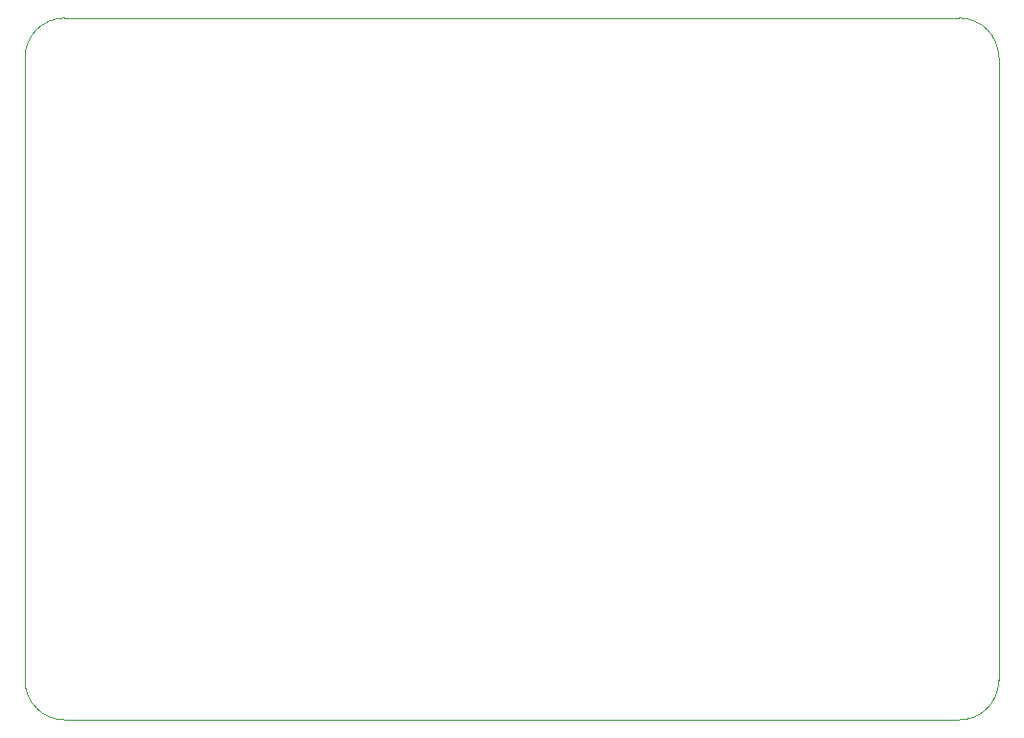
<source format=gbr>
%TF.GenerationSoftware,KiCad,Pcbnew,7.0.8*%
%TF.CreationDate,2024-06-03T09:11:21-04:00*%
%TF.ProjectId,mainboard,6d61696e-626f-4617-9264-2e6b69636164,rev?*%
%TF.SameCoordinates,Original*%
%TF.FileFunction,Profile,NP*%
%FSLAX46Y46*%
G04 Gerber Fmt 4.6, Leading zero omitted, Abs format (unit mm)*
G04 Created by KiCad (PCBNEW 7.0.8) date 2024-06-03 09:11:21*
%MOMM*%
%LPD*%
G01*
G04 APERTURE LIST*
%TA.AperFunction,Profile*%
%ADD10C,0.100000*%
%TD*%
G04 APERTURE END LIST*
D10*
X100500000Y-58000000D02*
G75*
G03*
X97000000Y-61500000I0J-3500000D01*
G01*
X183000000Y-61500000D02*
G75*
G03*
X179500000Y-58000000I-3500000J0D01*
G01*
X97000000Y-116500000D02*
G75*
G03*
X100500000Y-120000000I3500000J0D01*
G01*
X179500000Y-120000000D02*
X100500000Y-120000000D01*
X183000000Y-61500000D02*
X183000000Y-116500000D01*
X97000000Y-116500000D02*
X97000000Y-61500000D01*
X179500000Y-120000000D02*
G75*
G03*
X183000000Y-116500000I0J3500000D01*
G01*
X100500000Y-58000000D02*
X179500000Y-58000000D01*
M02*

</source>
